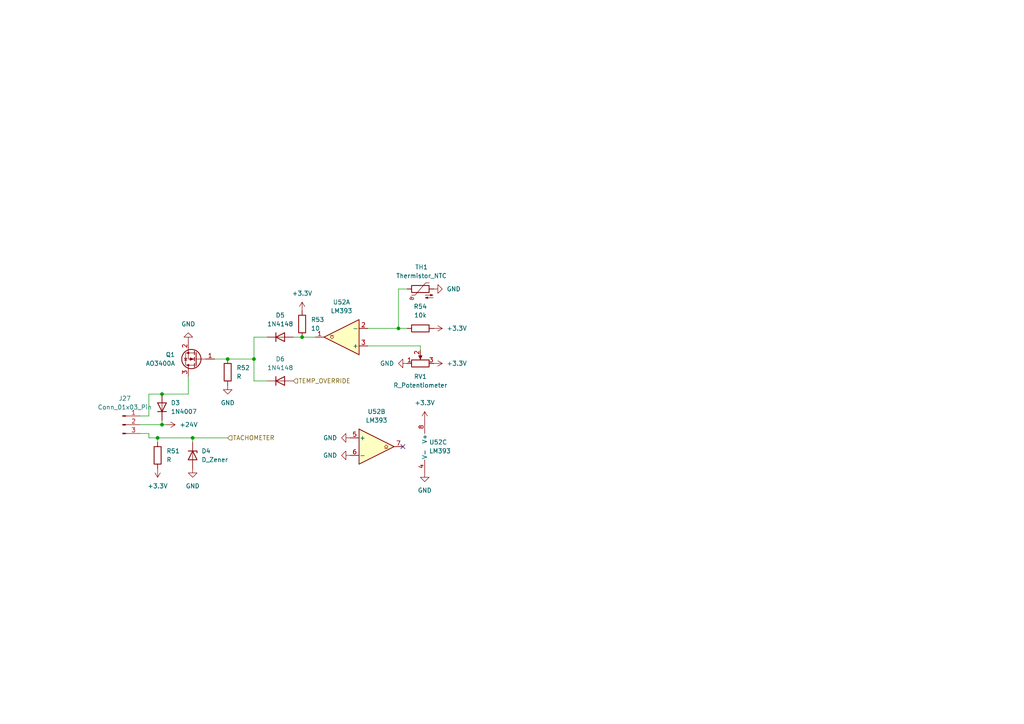
<source format=kicad_sch>
(kicad_sch (version 20250114) (generator "eeschema") (generator_version "9.0")
  (paper "A4")
  (lib_symbols
    (symbol "Comparator:LM393" (pin_names (offset 0.127))
      (property "Reference" "U" (at 3.81 3.81 0))
      (property "Value" "LM393" (at 6.35 -3.81 0))
      (symbol "LM393_1_1"
        (polyline (pts (xy -5.08 5.08) (xy 5.08 0) (xy -5.08 -5.08) (xy -5.08 5.08)) (stroke (width 0.254)) (fill (type background)))
        (polyline (pts (xy 3.302 -0.508) (xy 2.794 -0.508) (xy 3.302 0) (xy 2.794 0.508) (xy 2.286 0) (xy 2.794 -0.508) (xy 2.286 -0.508)) (stroke (width 0.127)))
        (pin input line (at -7.62 2.54 0) (length 2.54) (name "+") (number "3"))
        (pin input line (at -7.62 -2.54 0) (length 2.54) (name "-") (number "2"))
        (pin open_collector line (at 7.62 0 180) (length 2.54) (name "~") (number "1"))
      )
      (symbol "LM393_2_1"
        (polyline (pts (xy -5.08 5.08) (xy 5.08 0) (xy -5.08 -5.08) (xy -5.08 5.08)) (stroke (width 0.254)) (fill (type background)))
        (polyline (pts (xy 3.302 -0.508) (xy 2.794 -0.508) (xy 3.302 0) (xy 2.794 0.508) (xy 2.286 0) (xy 2.794 -0.508) (xy 2.286 -0.508)) (stroke (width 0.127)))
        (pin input line (at -7.62 2.54 0) (length 2.54) (name "+") (number "5"))
        (pin input line (at -7.62 -2.54 0) (length 2.54) (name "-") (number "6"))
        (pin open_collector line (at 7.62 0 180) (length 2.54) (name "~") (number "7"))
      )
      (symbol "LM393_3_1"
        (pin power_in line (at -2.54 7.62 270) (length 3.81) (name "V+") (number "8"))
        (pin power_in line (at -2.54 -7.62 90) (length 3.81) (name "V-") (number "4"))
      )
    )
    (symbol "Connector:Conn_01x03_Pin" (pin_names (offset 1.016) (hide yes))
      (property "Reference" "J" (at 0 5.08 0))
      (property "Value" "Conn_01x03_Pin" (at 0 -5.08 0))
      (symbol "Conn_01x03_Pin_1_1"
        (rectangle (start 0.8636 2.667) (end 0 2.413) (stroke (width 0.1524)) (fill (type outline)))
        (rectangle (start 0.8636 0.127) (end 0 -0.127) (stroke (width 0.1524)) (fill (type outline)))
        (rectangle (start 0.8636 -2.413) (end 0 -2.667) (stroke (width 0.1524)) (fill (type outline)))
        (polyline (pts (xy 1.27 2.54) (xy 0.8636 2.54)) (stroke (width 0.1524)))
        (polyline (pts (xy 1.27 0) (xy 0.8636 0)) (stroke (width 0.1524)))
        (polyline (pts (xy 1.27 -2.54) (xy 0.8636 -2.54)) (stroke (width 0.1524)))
        (pin passive line (at 5.08 2.54 180) (length 3.81) (name "Pin_1") (number "1"))
        (pin passive line (at 5.08 0 180) (length 3.81) (name "Pin_2") (number "2"))
        (pin passive line (at 5.08 -2.54 180) (length 3.81) (name "Pin_3") (number "3"))
      )
    )
    (symbol "Device:D_Zener" (pin_numbers (hide yes)) (pin_names (offset 1.016) (hide yes))
      (property "Reference" "D" (at 0 2.54 0))
      (property "Value" "D_Zener" (at 0 -2.54 0))
      (symbol "D_Zener_0_1"
        (polyline (pts (xy -1.27 -1.27) (xy -1.27 1.27) (xy -0.762 1.27)) (stroke (width 0.254)))
        (polyline (pts (xy 1.27 0) (xy -1.27 0)))
        (polyline (pts (xy 1.27 -1.27) (xy 1.27 1.27) (xy -1.27 0) (xy 1.27 -1.27)) (stroke (width 0.254)))
      )
      (symbol "D_Zener_1_1"
        (pin passive line (at -3.81 0 0) (length 2.54) (name "K") (number "1"))
        (pin passive line (at 3.81 0 180) (length 2.54) (name "A") (number "2"))
      )
    )
    (symbol "Device:R" (pin_numbers (hide yes)) (pin_names (offset 0))
      (property "Reference" "R" (at 2.032 0 90))
      (property "Value" "R" (at 0 0 90))
      (symbol "R_0_1"
        (rectangle (start -1.016 -2.54) (end 1.016 2.54) (stroke (width 0.254)))
      )
      (symbol "R_1_1"
        (pin passive line (at 0 3.81 270) (length 1.27) (name "~") (number "1"))
        (pin passive line (at 0 -3.81 90) (length 1.27) (name "~") (number "2"))
      )
    )
    (symbol "Device:R_Potentiometer" (pin_names (offset 1.016) (hide yes))
      (property "Reference" "RV" (at -4.445 0 90))
      (property "Value" "R_Potentiometer" (at -2.54 0 90))
      (symbol "R_Potentiometer_0_1"
        (rectangle (start 1.016 2.54) (end -1.016 -2.54) (stroke (width 0.254)))
        (polyline (pts (xy 1.143 0) (xy 2.286 0.508) (xy 2.286 -0.508) (xy 1.143 0)) (fill (type outline)))
        (polyline (pts (xy 2.54 0) (xy 1.524 0)))
      )
      (symbol "R_Potentiometer_1_1"
        (pin passive line (at 0 3.81 270) (length 1.27) (name "1") (number "1"))
        (pin passive line (at 0 -3.81 90) (length 1.27) (name "3") (number "3"))
        (pin passive line (at 3.81 0 180) (length 1.27) (name "2") (number "2"))
      )
    )
    (symbol "Device:Thermistor_NTC" (pin_numbers (hide yes)) (pin_names (offset 0))
      (property "Reference" "TH" (at -4.445 0 90))
      (property "Value" "Thermistor_NTC" (at 3.175 0 90))
      (symbol "Thermistor_NTC_0_1"
        (arc (start -3.175 2.413) (mid -3.0506 2.3165) (end -3.048 2.159))
        (arc (start -3.048 2.794) (mid -2.9736 2.9736) (end -2.794 3.048))
        (arc (start -2.794 3.048) (mid -2.6144 2.9736) (end -2.54 2.794))
        (arc (start -2.794 2.54) (mid -2.9736 2.6144) (end -3.048 2.794))
        (arc (start -2.794 1.905) (mid -2.9736 1.9794) (end -3.048 2.159))
        (arc (start -2.54 2.159) (mid -2.6144 1.9794) (end -2.794 1.905))
        (arc (start -2.159 2.794) (mid -2.434 2.5608) (end -2.794 2.54))
        (polyline (pts (xy -2.54 2.159) (xy -2.54 2.794)))
        (polyline (pts (xy -2.54 -3.683) (xy -2.54 -1.397) (xy -2.794 -2.159) (xy -2.286 -2.159) (xy -2.54 -1.397) (xy -2.54 -1.651)) (fill (type outline)))
        (polyline (pts (xy -1.778 2.54) (xy -1.778 1.524) (xy 1.778 -1.524) (xy 1.778 -2.54)))
        (polyline (pts (xy -1.778 -1.397) (xy -1.778 -3.683) (xy -2.032 -2.921) (xy -1.524 -2.921) (xy -1.778 -3.683) (xy -1.778 -3.429)) (fill (type outline)))
        (rectangle (start -1.016 2.54) (end 1.016 -2.54) (stroke (width 0.254)))
      )
      (symbol "Thermistor_NTC_1_1"
        (pin passive line (at 0 3.81 270) (length 1.27) (name "~") (number "1"))
        (pin passive line (at 0 -3.81 90) (length 1.27) (name "~") (number "2"))
      )
    )
    (symbol "Diode:1N4007" (pin_numbers (hide yes)) (pin_names (hide yes))
      (property "Reference" "D" (at 0 2.54 0))
      (property "Value" "1N4007" (at 0 -2.54 0))
      (symbol "1N4007_0_1"
        (polyline (pts (xy -1.27 1.27) (xy -1.27 -1.27)) (stroke (width 0.254)))
        (polyline (pts (xy 1.27 1.27) (xy 1.27 -1.27) (xy -1.27 0) (xy 1.27 1.27)) (stroke (width 0.254)))
        (polyline (pts (xy 1.27 0) (xy -1.27 0)))
      )
      (symbol "1N4007_1_1"
        (pin passive line (at -3.81 0 0) (length 2.54) (name "K") (number "1"))
        (pin passive line (at 3.81 0 180) (length 2.54) (name "A") (number "2"))
      )
    )
    (symbol "Diode:1N4148" (pin_numbers (hide yes)) (pin_names (hide yes))
      (property "Reference" "D" (at 0 2.54 0))
      (property "Value" "1N4148" (at 0 -2.54 0))
      (symbol "1N4148_0_1"
        (polyline (pts (xy -1.27 1.27) (xy -1.27 -1.27)) (stroke (width 0.254)))
        (polyline (pts (xy 1.27 1.27) (xy 1.27 -1.27) (xy -1.27 0) (xy 1.27 1.27)) (stroke (width 0.254)))
        (polyline (pts (xy 1.27 0) (xy -1.27 0)))
      )
      (symbol "1N4148_1_1"
        (pin passive line (at -3.81 0 0) (length 2.54) (name "K") (number "1"))
        (pin passive line (at 3.81 0 180) (length 2.54) (name "A") (number "2"))
      )
    )
    (symbol "Transistor_FET:AO3400A" (pin_names (offset 0) (hide yes))
      (property "Reference" "Q" (at 5.08 1.905 0))
      (property "Value" "AO3400A" (at 5.08 0 0))
      (symbol "AO3400A_0_1"
        (polyline (pts (xy 0.254 1.905) (xy 0.254 -1.905)) (stroke (width 0.254)))
        (polyline (pts (xy 0.254 0) (xy -2.54 0)))
        (polyline (pts (xy 0.762 2.286) (xy 0.762 1.27)) (stroke (width 0.254)))
        (polyline (pts (xy 0.762 0.508) (xy 0.762 -0.508)) (stroke (width 0.254)))
        (polyline (pts (xy 0.762 -1.27) (xy 0.762 -2.286)) (stroke (width 0.254)))
        (polyline (pts (xy 0.762 -1.778) (xy 3.302 -1.778) (xy 3.302 1.778) (xy 0.762 1.778)))
        (polyline (pts (xy 1.016 0) (xy 2.032 0.381) (xy 2.032 -0.381) (xy 1.016 0)) (fill (type outline)))
        (circle (center 1.651 0) (radius 2.794) (stroke (width 0.254)))
        (polyline (pts (xy 2.54 2.54) (xy 2.54 1.778)))
        (circle (center 2.54 1.778) (radius 0.254) (fill (type outline)))
        (circle (center 2.54 -1.778) (radius 0.254) (fill (type outline)))
        (polyline (pts (xy 2.54 -2.54) (xy 2.54 0) (xy 0.762 0)))
        (polyline (pts (xy 2.921 0.381) (xy 3.683 0.381)))
        (polyline (pts (xy 3.302 0.381) (xy 2.921 -0.254) (xy 3.683 -0.254) (xy 3.302 0.381)))
      )
      (symbol "AO3400A_1_1"
        (pin input line (at -5.08 0 0) (length 2.54) (name "G") (number "1"))
        (pin passive line (at 2.54 5.08 270) (length 2.54) (name "D") (number "3"))
        (pin passive line (at 2.54 -5.08 90) (length 2.54) (name "S") (number "2"))
      )
    )
    (symbol "power:+24V" (power) (pin_numbers (hide yes)) (pin_names (offset 0) (hide yes))
      (property "Value" "+24V" (at 0 3.556 0))
      (symbol "+24V_0_1"
        (polyline (pts (xy -0.762 1.27) (xy 0 2.54)))
        (polyline (pts (xy 0 2.54) (xy 0.762 1.27)))
        (polyline (pts (xy 0 0) (xy 0 2.54)))
      )
      (symbol "+24V_1_1"
        (pin power_in line (at 0 0 90) (length 0) (name "~") (number "1"))
      )
    )
    (symbol "power:+3.3V" (power) (pin_numbers (hide yes)) (pin_names (offset 0) (hide yes))
      (property "Value" "+3.3V" (at 0 3.556 0))
      (symbol "+3.3V_0_1"
        (polyline (pts (xy -0.762 1.27) (xy 0 2.54)))
        (polyline (pts (xy 0 2.54) (xy 0.762 1.27)))
        (polyline (pts (xy 0 0) (xy 0 2.54)))
      )
      (symbol "+3.3V_1_1"
        (pin power_in line (at 0 0 90) (length 0) (name "~") (number "1"))
      )
    )
    (symbol "power:GND" (power) (pin_numbers (hide yes)) (pin_names (offset 0) (hide yes))
      (property "Value" "GND" (at 0 -3.81 0))
      (symbol "GND_0_1"
        (polyline (pts (xy 0 0) (xy 0 -1.27) (xy 1.27 -1.27) (xy 0 -2.54) (xy -1.27 -1.27) (xy 0 -1.27)))
      )
      (symbol "GND_1_1"
        (pin power_in line (at 0 0 270) (length 0) (name "~") (number "1"))
      )
    )
  )
  (junction (at 87.63 97.79))
  (junction (at 46.99 123.19))
  (junction (at 45.72 127))
  (junction (at 66.04 104.14))
  (junction (at 73.66 104.14))
  (junction (at 115.57 95.25))
  (junction (at 55.88 127))
  (junction (at 46.99 114.3))
  (no_connect (at 116.84 129.54))
  (wire (pts (xy 55.88 127) (xy 55.88 128.27)))
  (wire (pts (xy 66.04 104.14) (xy 73.66 104.14)))
  (wire (pts (xy 73.66 104.14) (xy 73.66 97.79)))
  (wire (pts (xy 43.18 120.65) (xy 43.18 114.3)))
  (wire (pts (xy 43.18 114.3) (xy 46.99 114.3)))
  (wire (pts (xy 77.47 110.49) (xy 73.66 110.49)))
  (wire (pts (xy 73.66 110.49) (xy 73.66 104.14)))
  (wire (pts (xy 115.57 83.82) (xy 115.57 95.25)))
  (wire (pts (xy 43.18 125.73) (xy 43.18 127)))
  (wire (pts (xy 73.66 97.79) (xy 77.47 97.79)))
  (wire (pts (xy 43.18 127) (xy 45.72 127)))
  (wire (pts (xy 121.92 101.6) (xy 121.92 100.33)))
  (wire (pts (xy 55.88 127) (xy 66.04 127)))
  (wire (pts (xy 115.57 95.25) (xy 118.11 95.25)))
  (wire (pts (xy 87.63 97.79) (xy 91.44 97.79)))
  (wire (pts (xy 40.64 123.19) (xy 46.99 123.19)))
  (wire (pts (xy 46.99 123.19) (xy 48.26 123.19)))
  (wire (pts (xy 85.09 97.79) (xy 87.63 97.79)))
  (wire (pts (xy 40.64 120.65) (xy 43.18 120.65)))
  (wire (pts (xy 45.72 127) (xy 55.88 127)))
  (wire (pts (xy 45.72 128.27) (xy 45.72 127)))
  (wire (pts (xy 54.61 114.3) (xy 46.99 114.3)))
  (wire (pts (xy 121.92 100.33) (xy 106.68 100.33)))
  (wire (pts (xy 118.11 83.82) (xy 115.57 83.82)))
  (wire (pts (xy 40.64 125.73) (xy 43.18 125.73)))
  (wire (pts (xy 54.61 109.22) (xy 54.61 114.3)))
  (wire (pts (xy 46.99 121.92) (xy 46.99 123.19)))
  (wire (pts (xy 62.23 104.14) (xy 66.04 104.14)))
  (wire (pts (xy 106.68 95.25) (xy 115.57 95.25)))
  (hierarchical_label "TACHOMETER" (shape input) (at 66.04 127 0))
  (hierarchical_label "TEMP_OVERRIDE" (shape input) (at 85.09 110.49 0))
  (symbol (lib_id "power:+3.3V") (at 123.19 121.92 0) (unit 1)
    (property "Reference" "#PWR0454" (effects (hide yes)))
    (property "Value" "+3.3V" (at 123.19 116.84 0))
    (property "Description" "Power symbol creates a global label with name \"+3.3V\"" (effects (hide yes)))
  )
  (symbol (lib_id "Device:D_Zener") (at 55.88 132.08 270) (unit 1)
    (property "Reference" "D4" (at 58.42 130.8099 90) (effects (justify left)))
    (property "Value" "D_Zener" (at 58.42 133.3499 90) (effects (justify left)))
    (property "Description" "Zener diode" (effects (hide yes)))
  )
  (symbol (lib_id "Device:Thermistor_NTC") (at 121.92 83.82 90) (unit 1)
    (property "Reference" "TH1" (at 122.2375 77.47 90))
    (property "Value" "Thermistor_NTC" (at 122.2375 80.01 90))
    (property "Description" "Temperature dependent resistor, negative temperature coefficient" (effects (hide yes)))
  )
  (symbol (lib_id "Diode:1N4007") (at 46.99 118.11 90) (unit 1)
    (property "Reference" "D3" (at 49.53 116.8399 90) (effects (justify right)))
    (property "Value" "1N4007" (at 49.53 119.3799 90) (effects (justify right)))
    (property "Footprint" "Diode_THT:D_DO-41_SOD81_P10.16mm_Horizontal" (effects (hide yes)))
    (property "Datasheet" "http://www.vishay.com/docs/88503/1n4001.pdf" (effects (hide yes)))
    (property "Description" "1000V 1A General Purpose Rectifier Diode, DO-41" (effects (hide yes)))
    (property "Sim.Device" "D" (effects (hide yes)))
    (property "Sim.Pins" "1=K 2=A" (effects (hide yes)))
  )
  (symbol (lib_id "power:GND") (at 125.73 83.82 90) (unit 1)
    (property "Reference" "#PWR0456" (effects (hide yes)))
    (property "Value" "GND" (at 129.54 83.8199 90) (effects (justify right)))
    (property "Description" "Power symbol creates a global label with name \"GND\" , ground" (effects (hide yes)))
  )
  (symbol (lib_id "Device:R") (at 66.04 107.95 180) (unit 1)
    (property "Reference" "R52" (at 68.58 106.6799 0) (effects (justify right)))
    (property "Value" "R" (at 68.58 109.2199 0) (effects (justify right)))
    (property "Description" "Resistor" (effects (hide yes)))
  )
  (symbol (lib_id "power:+3.3V") (at 125.73 105.41 270) (unit 1)
    (property "Reference" "#PWR0458" (effects (hide yes)))
    (property "Value" "+3.3V" (at 129.54 105.4099 90) (effects (justify left)))
    (property "Description" "Power symbol creates a global label with name \"+3.3V\"" (effects (hide yes)))
  )
  (symbol (lib_id "power:GND") (at 55.88 135.89 0) (unit 1)
    (property "Reference" "#PWR0438" (effects (hide yes)))
    (property "Value" "GND" (at 55.88 140.97 0))
    (property "Description" "Power symbol creates a global label with name \"GND\" , ground" (effects (hide yes)))
  )
  (symbol (lib_id "power:+3.3V") (at 45.72 135.89 180) (unit 1)
    (property "Reference" "#PWR0435" (effects (hide yes)))
    (property "Value" "+3.3V" (at 45.72 140.97 0))
    (property "Description" "Power symbol creates a global label with name \"+3.3V\"" (effects (hide yes)))
  )
  (symbol (lib_id "power:+3.3V") (at 125.73 95.25 270) (unit 1)
    (property "Reference" "#PWR0457" (effects (hide yes)))
    (property "Value" "+3.3V" (at 129.54 95.2499 90) (effects (justify left)))
    (property "Description" "Power symbol creates a global label with name \"+3.3V\"" (effects (hide yes)))
  )
  (symbol (lib_id "Device:R") (at 45.72 132.08 0) (unit 1)
    (property "Reference" "R51" (at 48.26 130.8099 0) (effects (justify left)))
    (property "Value" "R" (at 48.26 133.3499 0) (effects (justify left)))
    (property "Description" "Resistor" (effects (hide yes)))
  )
  (symbol (lib_id "Device:R") (at 87.63 93.98 0) (unit 1)
    (property "Reference" "R53" (at 90.17 92.7099 0) (effects (justify left)))
    (property "Value" "10" (at 90.17 95.2499 0) (effects (justify left)))
    (property "Description" "Resistor" (effects (hide yes)))
  )
  (symbol (lib_id "Transistor_FET:AO3400A") (at 57.15 104.14 180) (unit 1)
    (property "Reference" "Q1" (at 50.8 102.8699 0) (effects (justify left)))
    (property "Value" "AO3400A" (at 50.8 105.4099 0) (effects (justify left)))
    (property "Footprint" "Package_TO_SOT_SMD:SOT-23" (effects (hide yes)))
    (property "Datasheet" "http://www.aosmd.com/pdfs/datasheet/AO3400A.pdf" (effects (hide yes)))
    (property "Description" "30V Vds, 5.7A Id, N-Channel MOSFET, SOT-23" (effects (hide yes)))
  )
  (symbol (lib_id "Comparator:LM393") (at 99.06 97.79 180) (unit 1)
    (property "Reference" "U52" (at 99.06 87.63 0))
    (property "Value" "LM393" (at 99.06 90.17 0))
    (property "Datasheet" "http://www.ti.com/lit/ds/symlink/lm393.pdf" (effects (hide yes)))
    (property "Description" "Low-Power, Low-Offset Voltage, Dual Comparators, DIP-8/SOIC-8/TO-99-8" (effects (hide yes)))
  )
  (symbol (lib_id "Diode:1N4148") (at 81.28 97.79 0) (unit 1)
    (property "Reference" "D5" (at 81.28 91.44 0))
    (property "Value" "1N4148" (at 81.28 93.98 0))
    (property "Footprint" "Diode_THT:D_DO-35_SOD27_P7.62mm_Horizontal" (effects (hide yes)))
    (property "Datasheet" "https://assets.nexperia.com/documents/data-sheet/1N4148_1N4448.pdf" (effects (hide yes)))
    (property "Description" "100V 0.15A standard switching diode, DO-35" (effects (hide yes)))
    (property "Sim.Device" "D" (effects (hide yes)))
    (property "Sim.Pins" "1=K 2=A" (effects (hide yes)))
  )
  (symbol (lib_id "power:GND") (at 66.04 111.76 0) (unit 1)
    (property "Reference" "#PWR0441" (effects (hide yes)))
    (property "Value" "GND" (at 66.04 116.84 0))
    (property "Description" "Power symbol creates a global label with name \"GND\" , ground" (effects (hide yes)))
  )
  (symbol (lib_id "power:GND") (at 101.6 127 270) (unit 1)
    (property "Reference" "#PWR0447" (effects (hide yes)))
    (property "Value" "GND" (at 97.79 126.9999 90) (effects (justify right)))
    (property "Description" "Power symbol creates a global label with name \"GND\" , ground" (effects (hide yes)))
  )
  (symbol (lib_id "power:GND") (at 118.11 105.41 270) (unit 1)
    (property "Reference" "#PWR0453" (effects (hide yes)))
    (property "Value" "GND" (at 114.3 105.4099 90) (effects (justify right)))
    (property "Description" "Power symbol creates a global label with name \"GND\" , ground" (effects (hide yes)))
  )
  (symbol (lib_id "power:GND") (at 101.6 132.08 270) (unit 1)
    (property "Reference" "#PWR0448" (effects (hide yes)))
    (property "Value" "GND" (at 97.79 132.0799 90) (effects (justify right)))
    (property "Description" "Power symbol creates a global label with name \"GND\" , ground" (effects (hide yes)))
  )
  (symbol (lib_id "Device:R_Potentiometer") (at 121.92 105.41 90) (unit 1)
    (property "Reference" "RV1" (at 121.92 109.22 90))
    (property "Value" "R_Potentiometer" (at 121.92 111.76 90))
    (property "Description" "Potentiometer" (effects (hide yes)))
  )
  (symbol (lib_id "Connector:Conn_01x03_Pin") (at 35.56 123.19 0) (unit 1)
    (property "Reference" "J27" (at 36.195 115.57 0))
    (property "Value" "Conn_01x03_Pin" (at 36.195 118.11 0))
    (property "Description" "Generic connector, single row, 01x03, script generated" (effects (hide yes)))
  )
  (symbol (lib_id "power:+24V") (at 48.26 123.19 270) (unit 1)
    (property "Reference" "#PWR0436" (effects (hide yes)))
    (property "Value" "+24V" (at 52.07 123.1899 90) (effects (justify left)))
    (property "Description" "Power symbol creates a global label with name \"+24V\"" (effects (hide yes)))
  )
  (symbol (lib_id "Comparator:LM393") (at 109.22 129.54 0) (unit 2)
    (property "Reference" "U52" (at 109.22 119.38 0))
    (property "Value" "LM393" (at 109.22 121.92 0))
    (property "Datasheet" "http://www.ti.com/lit/ds/symlink/lm393.pdf" (effects (hide yes)))
    (property "Description" "Low-Power, Low-Offset Voltage, Dual Comparators, DIP-8/SOIC-8/TO-99-8" (effects (hide yes)))
  )
  (symbol (lib_id "Diode:1N4148") (at 81.28 110.49 0) (unit 1)
    (property "Reference" "D6" (at 81.28 104.14 0))
    (property "Value" "1N4148" (at 81.28 106.68 0))
    (property "Footprint" "Diode_THT:D_DO-35_SOD27_P7.62mm_Horizontal" (effects (hide yes)))
    (property "Datasheet" "https://assets.nexperia.com/documents/data-sheet/1N4148_1N4448.pdf" (effects (hide yes)))
    (property "Description" "100V 0.15A standard switching diode, DO-35" (effects (hide yes)))
    (property "Sim.Device" "D" (effects (hide yes)))
    (property "Sim.Pins" "1=K 2=A" (effects (hide yes)))
  )
  (symbol (lib_id "power:+3.3V") (at 87.63 90.17 0) (unit 1)
    (property "Reference" "#PWR0446" (effects (hide yes)))
    (property "Value" "+3.3V" (at 87.63 85.09 0))
    (property "Description" "Power symbol creates a global label with name \"+3.3V\"" (effects (hide yes)))
  )
  (symbol (lib_id "Comparator:LM393") (at 125.73 129.54 0) (unit 3)
    (property "Reference" "U52" (at 124.46 128.2699 0) (effects (justify left)))
    (property "Value" "LM393" (at 124.46 130.8099 0) (effects (justify left)))
    (property "Datasheet" "http://www.ti.com/lit/ds/symlink/lm393.pdf" (effects (hide yes)))
    (property "Description" "Low-Power, Low-Offset Voltage, Dual Comparators, DIP-8/SOIC-8/TO-99-8" (effects (hide yes)))
  )
  (symbol (lib_id "power:GND") (at 54.61 99.06 180) (unit 1)
    (property "Reference" "#PWR0437" (effects (hide yes)))
    (property "Value" "GND" (at 54.61 93.98 0))
    (property "Description" "Power symbol creates a global label with name \"GND\" , ground" (effects (hide yes)))
  )
  (symbol (lib_id "power:GND") (at 123.19 137.16 0) (unit 1)
    (property "Reference" "#PWR0455" (effects (hide yes)))
    (property "Value" "GND" (at 123.19 142.24 0))
    (property "Description" "Power symbol creates a global label with name \"GND\" , ground" (effects (hide yes)))
  )
  (symbol (lib_id "Device:R") (at 121.92 95.25 90) (unit 1)
    (property "Reference" "R54" (at 121.92 88.9 90))
    (property "Value" "10k" (at 121.92 91.44 90))
    (property "Description" "Resistor" (effects (hide yes)))
  )
)
</source>
